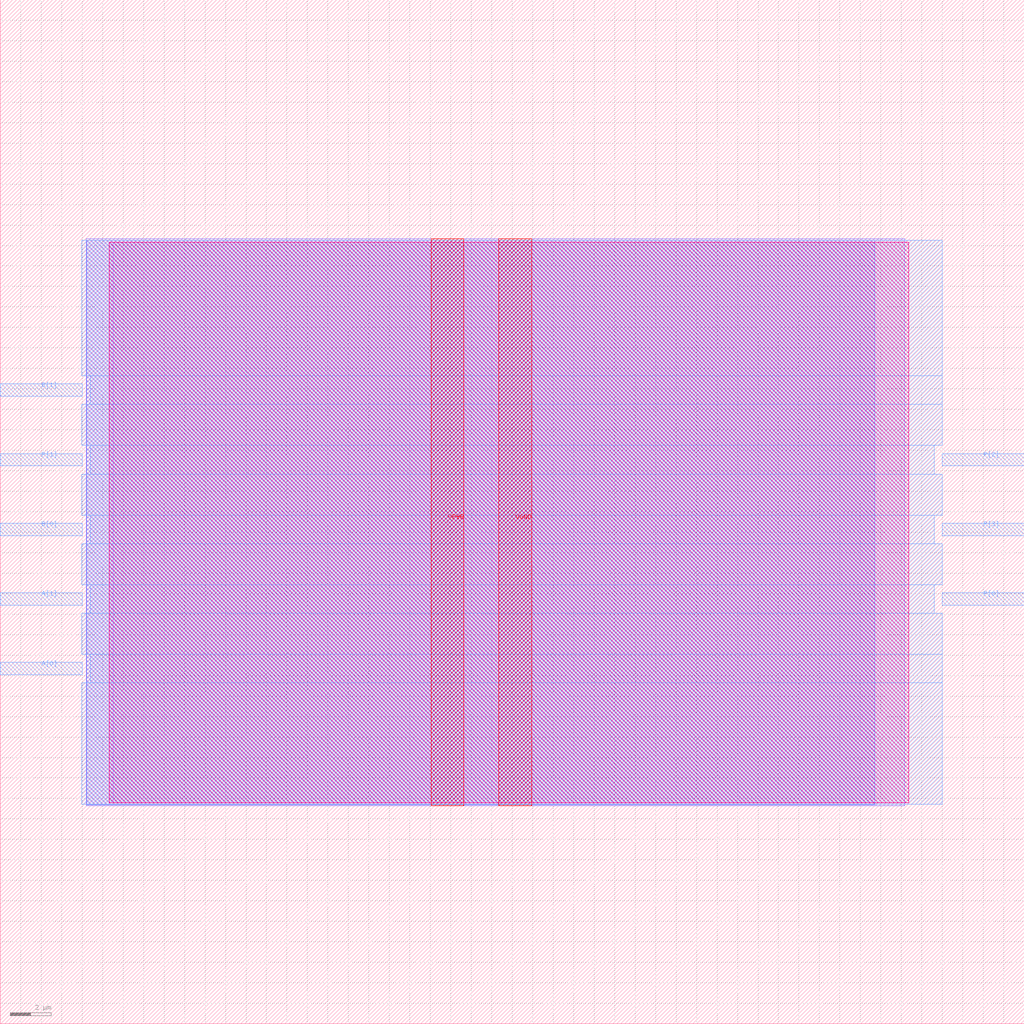
<source format=lef>
VERSION 5.7 ;
  NOWIREEXTENSIONATPIN ON ;
  DIVIDERCHAR "/" ;
  BUSBITCHARS "[]" ;
MACRO SARSA_WInd_e9
  CLASS BLOCK ;
  FOREIGN SARSA_WInd_e9 ;
  ORIGIN 0.000 0.000 ;
  SIZE 50.000 BY 50.000 ;
  PIN A[0]
    DIRECTION INPUT ;
    USE SIGNAL ;
    ANTENNAGATEAREA 0.196500 ;
    PORT
      LAYER met3 ;
        RECT 0.000 17.040 4.000 17.640 ;
    END
  END A[0]
  PIN A[1]
    DIRECTION INPUT ;
    USE SIGNAL ;
    ANTENNAGATEAREA 0.196500 ;
    PORT
      LAYER met3 ;
        RECT 0.000 20.440 4.000 21.040 ;
    END
  END A[1]
  PIN B[0]
    DIRECTION INPUT ;
    USE SIGNAL ;
    ANTENNAGATEAREA 0.196500 ;
    PORT
      LAYER met3 ;
        RECT 0.000 23.840 4.000 24.440 ;
    END
  END B[0]
  PIN B[1]
    DIRECTION INPUT ;
    USE SIGNAL ;
    ANTENNAGATEAREA 0.196500 ;
    PORT
      LAYER met3 ;
        RECT 0.000 30.640 4.000 31.240 ;
    END
  END B[1]
  PIN P[0]
    DIRECTION OUTPUT ;
    USE SIGNAL ;
    ANTENNADIFFAREA 0.445500 ;
    PORT
      LAYER met3 ;
        RECT 46.000 20.440 50.000 21.040 ;
    END
  END P[0]
  PIN P[1]
    DIRECTION OUTPUT ;
    USE SIGNAL ;
    ANTENNADIFFAREA 0.445500 ;
    PORT
      LAYER met3 ;
        RECT 0.000 27.240 4.000 27.840 ;
    END
  END P[1]
  PIN P[2]
    DIRECTION OUTPUT ;
    USE SIGNAL ;
    ANTENNADIFFAREA 0.445500 ;
    PORT
      LAYER met3 ;
        RECT 46.000 27.240 50.000 27.840 ;
    END
  END P[2]
  PIN P[3]
    DIRECTION OUTPUT ;
    USE SIGNAL ;
    PORT
      LAYER met3 ;
        RECT 46.000 23.840 50.000 24.440 ;
    END
  END P[3]
  PIN VGND
    DIRECTION INOUT ;
    USE GROUND ;
    PORT
      LAYER met4 ;
        RECT 24.340 10.640 25.940 38.320 ;
    END
  END VGND
  PIN VPWR
    DIRECTION INOUT ;
    USE POWER ;
    PORT
      LAYER met4 ;
        RECT 21.040 10.640 22.640 38.320 ;
    END
  END VPWR
  OBS
      LAYER nwell ;
        RECT 5.330 10.795 44.350 38.165 ;
      LAYER li1 ;
        RECT 5.520 10.795 44.160 38.165 ;
      LAYER met1 ;
        RECT 4.210 10.640 44.160 38.320 ;
      LAYER met2 ;
        RECT 4.230 10.695 42.690 38.265 ;
      LAYER met3 ;
        RECT 3.990 31.640 46.000 38.245 ;
        RECT 4.400 30.240 46.000 31.640 ;
        RECT 3.990 28.240 46.000 30.240 ;
        RECT 4.400 26.840 45.600 28.240 ;
        RECT 3.990 24.840 46.000 26.840 ;
        RECT 4.400 23.440 45.600 24.840 ;
        RECT 3.990 21.440 46.000 23.440 ;
        RECT 4.400 20.040 45.600 21.440 ;
        RECT 3.990 18.040 46.000 20.040 ;
        RECT 4.400 16.640 46.000 18.040 ;
        RECT 3.990 10.715 46.000 16.640 ;
  END
END SARSA_WInd_e9
END LIBRARY


</source>
